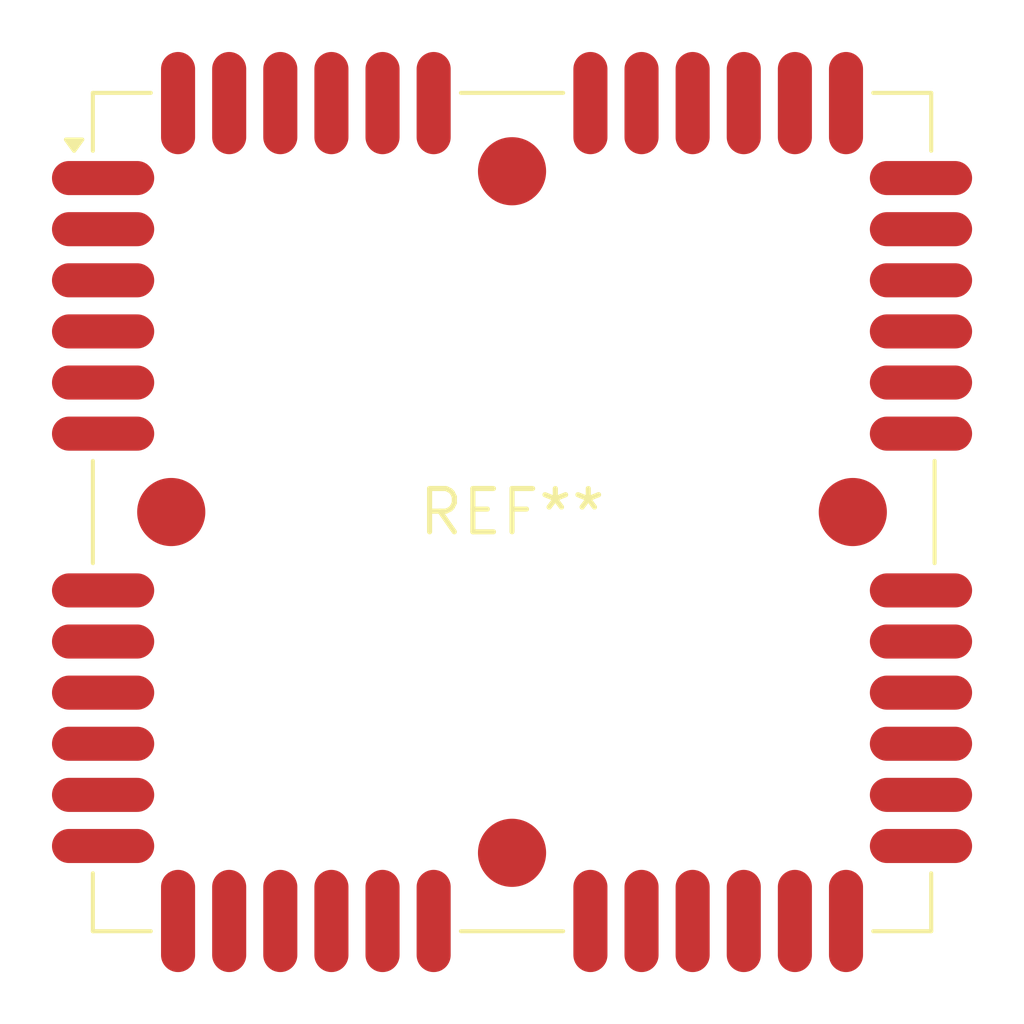
<source format=kicad_pcb>
(kicad_pcb (version 20240108) (generator pcbnew)
  (layers (0 "F.Cu" signal) (31 "B.Cu" signal) (34 "B.Paste" user) (35 "F.Paste" user) (36 "B.SilkS" user "B.Silkscreen") (37 "F.SilkS" user "F.Silkscreen") (38 "B.Mask" user) (39 "F.Mask" user) (44 "Edge.Cuts" user))
  (net 0 "")
  (footprint "Telit_xL865" (layer "F.Cu") (at 0 0)
    (property "Reference" "REF**")
    (property "Value" "Telit_xL865")
    (fp_line (start -12.3 -12.3) (end -12.3 -10.6) (layer "F.SilkS") (stroke (width 0.12)))
    (fp_line (start -12.3 -1.5) (end -12.3 1.5) (layer "F.SilkS") (stroke (width 0.12)))
    (fp_line (start -12.3 12.3) (end -12.3 10.6) (layer "F.SilkS") (stroke (width 0.12)))
    (fp_line (start -10.6 -12.3) (end -12.3 -12.3) (layer "F.SilkS") (stroke (width 0.12)))
    (fp_line (start -10.6 12.3) (end -12.3 12.3) (layer "F.SilkS") (stroke (width 0.12)))
    (fp_line (start -1.5 -12.3) (end 1.5 -12.3) (layer "F.SilkS") (stroke (width 0.12)))
    (fp_line (start 1.5 12.3) (end -1.5 12.3) (layer "F.SilkS") (stroke (width 0.12)))
    (fp_line (start 10.6 -12.3) (end 12.3 -12.3) (layer "F.SilkS") (stroke (width 0.12)))
    (fp_line (start 12.3 -12.3) (end 12.3 -10.6) (layer "F.SilkS") (stroke (width 0.12)))
    (fp_line (start 12.3 10.6) (end 12.3 12.3) (layer "F.SilkS") (stroke (width 0.12)))
    (fp_line (start 12.3 12.3) (end 10.6 12.3) (layer "F.SilkS") (stroke (width 0.12)))
    (fp_line (start 12.4 -1.5) (end 12.4 1.5) (layer "F.SilkS") (stroke (width 0.12)))
    (fp_poly (pts (xy -12.85 -10.6) (xy -13.09 -10.93) (xy -12.61 -10.93) (xy -12.85 -10.6)) (layer "F.SilkS") (stroke (width 0.12)) (fill solid))
    (pad "" smd circle (at -10 0 90) (size 2 2) (layers "F.Cu" "F.Paste" "F.Mask"))
    (pad "" smd circle (at 0 -10 90) (size 2 2) (layers "F.Cu" "F.Paste" "F.Mask"))
    (pad "" smd circle (at 0 10 90) (size 2 2) (layers "F.Cu" "F.Paste" "F.Mask"))
    (pad "" smd circle (at 10 0 90) (size 2 2) (layers "F.Cu" "F.Paste" "F.Mask"))
    (pad "1" smd oval (at -12 -9.8 90) (size 1 3) (layers "F.Cu" "F.Paste" "F.Mask"))
    (pad "2" smd oval (at -12 -8.3 90) (size 1 3) (layers "F.Cu" "F.Paste" "F.Mask"))
    (pad "3" smd oval (at -12 -6.8 90) (size 1 3) (layers "F.Cu" "F.Paste" "F.Mask"))
    (pad "4" smd oval (at -12 -5.3 90) (size 1 3) (layers "F.Cu" "F.Paste" "F.Mask"))
    (pad "5" smd oval (at -12 -3.8 90) (size 1 3) (layers "F.Cu" "F.Paste" "F.Mask"))
    (pad "6" smd oval (at -12 -2.3 90) (size 1 3) (layers "F.Cu" "F.Paste" "F.Mask"))
    (pad "7" smd oval (at -12 2.3 90) (size 1 3) (layers "F.Cu" "F.Paste" "F.Mask"))
    (pad "8" smd oval (at -12 3.8 90) (size 1 3) (layers "F.Cu" "F.Paste" "F.Mask"))
    (pad "9" smd oval (at -12 5.3 90) (size 1 3) (layers "F.Cu" "F.Paste" "F.Mask"))
    (pad "10" smd oval (at -12 6.8 90) (size 1 3) (layers "F.Cu" "F.Paste" "F.Mask"))
    (pad "11" smd oval (at -12 8.3 90) (size 1 3) (layers "F.Cu" "F.Paste" "F.Mask"))
    (pad "12" smd oval (at -12 9.8 90) (size 1 3) (layers "F.Cu" "F.Paste" "F.Mask"))
    (pad "13" smd oval (at -9.8 12) (size 1 3) (layers "F.Cu" "F.Paste" "F.Mask"))
    (pad "14" smd oval (at -8.3 12) (size 1 3) (layers "F.Cu" "F.Paste" "F.Mask"))
    (pad "15" smd oval (at -6.8 12) (size 1 3) (layers "F.Cu" "F.Paste" "F.Mask"))
    (pad "16" smd oval (at -5.3 12) (size 1 3) (layers "F.Cu" "F.Paste" "F.Mask"))
    (pad "17" smd oval (at -3.8 12) (size 1 3) (layers "F.Cu" "F.Paste" "F.Mask"))
    (pad "18" smd oval (at -2.3 12) (size 1 3) (layers "F.Cu" "F.Paste" "F.Mask"))
    (pad "19" smd oval (at 2.3 12) (size 1 3) (layers "F.Cu" "F.Paste" "F.Mask"))
    (pad "20" smd oval (at 3.8 12) (size 1 3) (layers "F.Cu" "F.Paste" "F.Mask"))
    (pad "21" smd oval (at 5.3 12) (size 1 3) (layers "F.Cu" "F.Paste" "F.Mask"))
    (pad "22" smd oval (at 6.8 12) (size 1 3) (layers "F.Cu" "F.Paste" "F.Mask"))
    (pad "23" smd oval (at 8.3 12) (size 1 3) (layers "F.Cu" "F.Paste" "F.Mask"))
    (pad "24" smd oval (at 9.8 12) (size 1 3) (layers "F.Cu" "F.Paste" "F.Mask"))
    (pad "25" smd oval (at 12 9.8 90) (size 1 3) (layers "F.Cu" "F.Paste" "F.Mask"))
    (pad "26" smd oval (at 12 8.3 90) (size 1 3) (layers "F.Cu" "F.Paste" "F.Mask"))
    (pad "27" smd oval (at 12 6.8 90) (size 1 3) (layers "F.Cu" "F.Paste" "F.Mask"))
    (pad "28" smd oval (at 12 5.3 90) (size 1 3) (layers "F.Cu" "F.Paste" "F.Mask"))
    (pad "29" smd oval (at 12 3.8 90) (size 1 3) (layers "F.Cu" "F.Paste" "F.Mask"))
    (pad "30" smd oval (at 12 2.3 90) (size 1 3) (layers "F.Cu" "F.Paste" "F.Mask"))
    (pad "31" smd oval (at 12 -2.3 90) (size 1 3) (layers "F.Cu" "F.Paste" "F.Mask"))
    (pad "32" smd oval (at 12 -3.8 90) (size 1 3) (layers "F.Cu" "F.Paste" "F.Mask"))
    (pad "33" smd oval (at 12 -5.3 90) (size 1 3) (layers "F.Cu" "F.Paste" "F.Mask"))
    (pad "34" smd oval (at 12 -6.8 90) (size 1 3) (layers "F.Cu" "F.Paste" "F.Mask"))
    (pad "35" smd oval (at 12 -8.3 90) (size 1 3) (layers "F.Cu" "F.Paste" "F.Mask"))
    (pad "36" smd oval (at 12 -9.8 90) (size 1 3) (layers "F.Cu" "F.Paste" "F.Mask"))
    (pad "37" smd oval (at 9.8 -12) (size 1 3) (layers "F.Cu" "F.Paste" "F.Mask"))
    (pad "38" smd oval (at 8.3 -12) (size 1 3) (layers "F.Cu" "F.Paste" "F.Mask"))
    (pad "39" smd oval (at 6.8 -12) (size 1 3) (layers "F.Cu" "F.Paste" "F.Mask"))
    (pad "40" smd oval (at 5.3 -12) (size 1 3) (layers "F.Cu" "F.Paste" "F.Mask"))
    (pad "41" smd oval (at 3.8 -12) (size 1 3) (layers "F.Cu" "F.Paste" "F.Mask"))
    (pad "42" smd oval (at 2.3 -12) (size 1 3) (layers "F.Cu" "F.Paste" "F.Mask"))
    (pad "43" smd oval (at -2.3 -12) (size 1 3) (layers "F.Cu" "F.Paste" "F.Mask"))
    (pad "44" smd oval (at -3.8 -12) (size 1 3) (layers "F.Cu" "F.Paste" "F.Mask"))
    (pad "45" smd oval (at -5.3 -12) (size 1 3) (layers "F.Cu" "F.Paste" "F.Mask"))
    (pad "46" smd oval (at -6.8 -12) (size 1 3) (layers "F.Cu" "F.Paste" "F.Mask"))
    (pad "47" smd oval (at -8.3 -12) (size 1 3) (layers "F.Cu" "F.Paste" "F.Mask"))
    (pad "48" smd oval (at -9.8 -12) (size 1 3) (layers "F.Cu" "F.Paste" "F.Mask"))
  )
)
</source>
